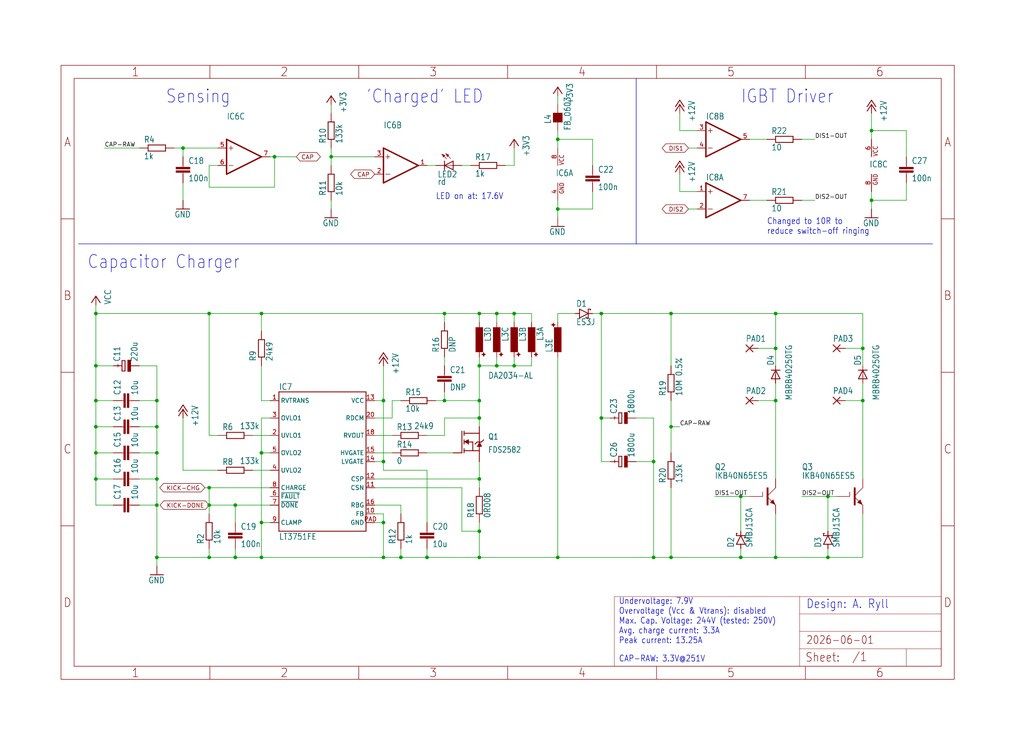
<source format=kicad_sch>
(kicad_sch (version 20230121) (generator eeschema)
  (paper "User" 298.45 217.322)
  (junction (at 111.76 134.62))
  (junction (at 226.06 91.44))
  (junction (at 45.72 132.08))
  (junction (at 129.54 116.84))
  (junction (at 195.58 162.56))
  (junction (at 45.72 116.84))
  (junction (at 162.56 40.64))
  (junction (at 139.7 91.44))
  (junction (at 226.06 116.84))
  (junction (at 254 58.42))
  (junction (at 149.86 91.44))
  (junction (at 251.46 101.6))
  (junction (at 60.96 142.24))
  (junction (at 215.9 144.78))
  (junction (at 175.26 121.92))
  (junction (at 76.2 162.56))
  (junction (at 27.94 124.46))
  (junction (at 195.58 124.46))
  (junction (at 111.76 116.84))
  (junction (at 129.54 91.44))
  (junction (at 149.86 106.68))
  (junction (at 139.7 139.7))
  (junction (at 27.94 106.68))
  (junction (at 76.2 132.08))
  (junction (at 27.94 116.84))
  (junction (at 139.7 154.94))
  (junction (at 45.72 124.46))
  (junction (at 76.2 91.44))
  (junction (at 144.78 106.68))
  (junction (at 162.56 162.56))
  (junction (at 241.3 162.56))
  (junction (at 27.94 91.44))
  (junction (at 76.2 152.4))
  (junction (at 254 38.1))
  (junction (at 60.96 147.32))
  (junction (at 111.76 152.4))
  (junction (at 45.72 147.32))
  (junction (at 45.72 162.56))
  (junction (at 111.76 162.56))
  (junction (at 96.52 45.72))
  (junction (at 27.94 132.08))
  (junction (at 53.34 43.18))
  (junction (at 139.7 116.84))
  (junction (at 139.7 162.56))
  (junction (at 124.46 162.56))
  (junction (at 195.58 91.44))
  (junction (at 215.9 162.56))
  (junction (at 60.96 91.44))
  (junction (at 226.06 162.56))
  (junction (at 27.94 139.7))
  (junction (at 226.06 101.6))
  (junction (at 241.3 144.78))
  (junction (at 144.78 91.44))
  (junction (at 139.7 106.68))
  (junction (at 190.5 134.62))
  (junction (at 175.26 91.44))
  (junction (at 251.46 116.84))
  (junction (at 60.96 162.56))
  (junction (at 190.5 162.56))
  (junction (at 68.58 162.56))
  (junction (at 116.84 162.56))
  (junction (at 80.01 45.72))
  (junction (at 139.7 121.92))
  (junction (at 45.72 139.7))
  (junction (at 68.58 147.32))
  (junction (at 162.56 60.96))
  (wire (pts (xy 129.54 93.98) (xy 129.54 91.44)) (stroke (width 0.1524)))
  (wire (pts (xy 144.78 91.44) (xy 139.7 91.44)) (stroke (width 0.1524)))
  (wire (pts (xy 149.86 106.68) (xy 144.78 106.68)) (stroke (width 0.1524)))
  (wire (pts (xy 203.2 55.88) (xy 198.12 55.88)) (stroke (width 0.1524)))
  (wire (pts (xy 27.94 106.68) (xy 27.94 91.44)) (stroke (width 0.1524)))
  (wire (pts (xy 139.7 106.68) (xy 139.7 104.14)) (stroke (width 0.1524)))
  (wire (pts (xy 116.84 162.56) (xy 111.76 162.56)) (stroke (width 0.1524)))
  (wire (pts (xy 139.7 139.7) (xy 139.7 134.62)) (stroke (width 0.1524)))
  (wire (pts (xy 60.96 162.56) (xy 45.72 162.56)) (stroke (width 0.1524)))
  (wire (pts (xy 124.46 160.02) (xy 124.46 162.56)) (stroke (width 0.1524)))
  (wire (pts (xy 241.3 154.94) (xy 241.3 144.78)) (stroke (width 0.1524)))
  (wire (pts (xy 109.22 45.72) (xy 96.52 45.72)) (stroke (width 0.1524)))
  (wire (pts (xy 40.64 43.18) (xy 30.48 43.18)) (stroke (width 0.1524)))
  (wire (pts (xy 76.2 91.44) (xy 60.96 91.44)) (stroke (width 0.1524)))
  (wire (pts (xy 218.44 144.78) (xy 215.9 144.78)) (stroke (width 0.1524)))
  (wire (pts (xy 78.74 132.08) (xy 76.2 132.08)) (stroke (width 0.1524)))
  (wire (pts (xy 27.94 116.84) (xy 27.94 106.68)) (stroke (width 0.1524)))
  (wire (pts (xy 154.94 106.68) (xy 154.94 104.14)) (stroke (width 0.1524)))
  (wire (pts (xy 139.7 142.24) (xy 139.7 139.7)) (stroke (width 0.1524)))
  (wire (pts (xy 254 40.64) (xy 254 38.1)) (stroke (width 0.1524)))
  (wire (pts (xy 60.96 54.61) (xy 80.01 54.61)) (stroke (width 0.1524)))
  (wire (pts (xy 60.96 142.24) (xy 59.69 142.24)) (stroke (width 0.1524)))
  (wire (pts (xy 45.72 116.84) (xy 45.72 106.68)) (stroke (width 0.1524)))
  (wire (pts (xy 27.94 147.32) (xy 27.94 139.7)) (stroke (width 0.1524)))
  (wire (pts (xy 76.2 116.84) (xy 76.2 106.68)) (stroke (width 0.1524)))
  (wire (pts (xy 109.22 116.84) (xy 111.76 116.84)) (stroke (width 0.1524)))
  (wire (pts (xy 134.62 48.26) (xy 137.16 48.26)) (stroke (width 0.1524)))
  (wire (pts (xy 243.84 144.78) (xy 241.3 144.78)) (stroke (width 0.1524)))
  (wire (pts (xy 68.58 152.4) (xy 68.58 147.32)) (stroke (width 0.1524)))
  (wire (pts (xy 45.72 116.84) (xy 45.72 124.46)) (stroke (width 0.1524)))
  (wire (pts (xy 60.96 48.26) (xy 60.96 54.61)) (stroke (width 0.1524)))
  (wire (pts (xy 45.72 139.7) (xy 45.72 147.32)) (stroke (width 0.1524)))
  (wire (pts (xy 50.8 43.18) (xy 53.34 43.18)) (stroke (width 0.1524)))
  (wire (pts (xy 226.06 106.68) (xy 226.06 101.6)) (stroke (width 0.1524)))
  (wire (pts (xy 162.56 60.96) (xy 172.72 60.96)) (stroke (width 0.1524)))
  (wire (pts (xy 241.3 160.02) (xy 241.3 162.56)) (stroke (width 0.1524)))
  (wire (pts (xy 53.34 45.72) (xy 53.34 43.18)) (stroke (width 0.1524)))
  (wire (pts (xy 129.54 116.84) (xy 127 116.84)) (stroke (width 0.1524)))
  (wire (pts (xy 144.78 106.68) (xy 144.78 104.14)) (stroke (width 0.1524)))
  (wire (pts (xy 78.74 137.16) (xy 73.66 137.16)) (stroke (width 0.1524)))
  (wire (pts (xy 254 58.42) (xy 264.16 58.42)) (stroke (width 0.1524)))
  (wire (pts (xy 251.46 101.6) (xy 251.46 106.68)) (stroke (width 0.1524)))
  (wire (pts (xy 78.74 152.4) (xy 76.2 152.4)) (stroke (width 0.1524)))
  (wire (pts (xy 251.46 139.7) (xy 251.46 116.84)) (stroke (width 0.1524)))
  (wire (pts (xy 139.7 154.94) (xy 139.7 162.56)) (stroke (width 0.1524)))
  (wire (pts (xy 27.94 91.44) (xy 27.94 88.9)) (stroke (width 0.1524)))
  (wire (pts (xy 76.2 96.52) (xy 76.2 91.44)) (stroke (width 0.1524)))
  (wire (pts (xy 60.96 91.44) (xy 27.94 91.44)) (stroke (width 0.1524)))
  (wire (pts (xy 254 38.1) (xy 254 33.02)) (stroke (width 0.1524)))
  (wire (pts (xy 134.62 142.24) (xy 134.62 154.94)) (stroke (width 0.1524)))
  (wire (pts (xy 246.38 116.84) (xy 251.46 116.84)) (stroke (width 0.1524)))
  (wire (pts (xy 172.72 40.64) (xy 162.56 40.64)) (stroke (width 0.1524)))
  (wire (pts (xy 27.94 132.08) (xy 27.94 124.46)) (stroke (width 0.1524)))
  (wire (pts (xy 254 60.96) (xy 254 58.42)) (stroke (width 0.1524)))
  (wire (pts (xy 134.62 154.94) (xy 139.7 154.94)) (stroke (width 0.1524)))
  (wire (pts (xy 220.98 101.6) (xy 226.06 101.6)) (stroke (width 0.1524)))
  (wire (pts (xy 129.54 116.84) (xy 129.54 114.3)) (stroke (width 0.1524)))
  (wire (pts (xy 162.56 91.44) (xy 167.64 91.44)) (stroke (width 0.1524)))
  (wire (pts (xy 45.72 106.68) (xy 40.64 106.68)) (stroke (width 0.1524)))
  (wire (pts (xy 233.68 40.64) (xy 237.49 40.64)) (stroke (width 0.1524)))
  (wire (pts (xy 203.2 60.96) (xy 200.66 60.96)) (stroke (width 0.1524)))
  (wire (pts (xy 40.64 147.32) (xy 45.72 147.32)) (stroke (width 0.1524)))
  (wire (pts (xy 114.3 132.08) (xy 109.22 132.08)) (stroke (width 0.1524)))
  (wire (pts (xy 177.8 134.62) (xy 175.26 134.62)) (stroke (width 0.1524)))
  (wire (pts (xy 45.72 132.08) (xy 45.72 139.7)) (stroke (width 0.1524)))
  (polyline (pts (xy 185.42 71.12) (xy 185.42 22.86)) (stroke (width 0.1524) (type solid)))
  (wire (pts (xy 215.9 162.56) (xy 195.58 162.56)) (stroke (width 0.1524)))
  (wire (pts (xy 111.76 137.16) (xy 124.46 137.16)) (stroke (width 0.1524)))
  (wire (pts (xy 226.06 91.44) (xy 251.46 91.44)) (stroke (width 0.1524)))
  (wire (pts (xy 129.54 91.44) (xy 76.2 91.44)) (stroke (width 0.1524)))
  (wire (pts (xy 198.12 55.88) (xy 198.12 50.8)) (stroke (width 0.1524)))
  (wire (pts (xy 27.94 124.46) (xy 27.94 116.84)) (stroke (width 0.1524)))
  (wire (pts (xy 195.58 124.46) (xy 195.58 116.84)) (stroke (width 0.1524)))
  (wire (pts (xy 251.46 116.84) (xy 251.46 111.76)) (stroke (width 0.1524)))
  (wire (pts (xy 60.96 91.44) (xy 60.96 127)) (stroke (width 0.1524)))
  (wire (pts (xy 40.64 124.46) (xy 45.72 124.46)) (stroke (width 0.1524)))
  (wire (pts (xy 172.72 48.26) (xy 172.72 40.64)) (stroke (width 0.1524)))
  (wire (pts (xy 175.26 91.44) (xy 195.58 91.44)) (stroke (width 0.1524)))
  (wire (pts (xy 139.7 116.84) (xy 129.54 116.84)) (stroke (width 0.1524)))
  (wire (pts (xy 190.5 162.56) (xy 195.58 162.56)) (stroke (width 0.1524)))
  (wire (pts (xy 33.02 139.7) (xy 27.94 139.7)) (stroke (width 0.1524)))
  (wire (pts (xy 226.06 149.86) (xy 226.06 162.56)) (stroke (width 0.1524)))
  (wire (pts (xy 139.7 93.98) (xy 139.7 91.44)) (stroke (width 0.1524)))
  (wire (pts (xy 251.46 149.86) (xy 251.46 162.56)) (stroke (width 0.1524)))
  (wire (pts (xy 80.01 45.72) (xy 78.74 45.72)) (stroke (width 0.1524)))
  (wire (pts (xy 96.52 60.96) (xy 96.52 58.42)) (stroke (width 0.1524)))
  (wire (pts (xy 80.01 45.72) (xy 86.36 45.72)) (stroke (width 0.1524)))
  (polyline (pts (xy 22.86 71.12) (xy 185.42 71.12)) (stroke (width 0.1524) (type solid)))
  (wire (pts (xy 139.7 91.44) (xy 129.54 91.44)) (stroke (width 0.1524)))
  (wire (pts (xy 149.86 91.44) (xy 144.78 91.44)) (stroke (width 0.1524)))
  (wire (pts (xy 114.3 116.84) (xy 114.3 121.92)) (stroke (width 0.1524)))
  (wire (pts (xy 40.64 139.7) (xy 45.72 139.7)) (stroke (width 0.1524)))
  (wire (pts (xy 139.7 116.84) (xy 139.7 106.68)) (stroke (width 0.1524)))
  (wire (pts (xy 139.7 124.46) (xy 139.7 121.92)) (stroke (width 0.1524)))
  (wire (pts (xy 63.5 137.16) (xy 53.34 137.16)) (stroke (width 0.1524)))
  (wire (pts (xy 226.06 101.6) (xy 226.06 91.44)) (stroke (width 0.1524)))
  (wire (pts (xy 251.46 162.56) (xy 241.3 162.56)) (stroke (width 0.1524)))
  (wire (pts (xy 33.02 132.08) (xy 27.94 132.08)) (stroke (width 0.1524)))
  (wire (pts (xy 215.9 160.02) (xy 215.9 162.56)) (stroke (width 0.1524)))
  (wire (pts (xy 195.58 162.56) (xy 195.58 142.24)) (stroke (width 0.1524)))
  (wire (pts (xy 139.7 152.4) (xy 139.7 154.94)) (stroke (width 0.1524)))
  (wire (pts (xy 40.64 116.84) (xy 45.72 116.84)) (stroke (width 0.1524)))
  (wire (pts (xy 218.44 40.64) (xy 223.52 40.64)) (stroke (width 0.1524)))
  (wire (pts (xy 111.76 162.56) (xy 76.2 162.56)) (stroke (width 0.1524)))
  (wire (pts (xy 124.46 137.16) (xy 124.46 152.4)) (stroke (width 0.1524)))
  (wire (pts (xy 78.74 121.92) (xy 76.2 121.92)) (stroke (width 0.1524)))
  (wire (pts (xy 129.54 106.68) (xy 129.54 104.14)) (stroke (width 0.1524)))
  (wire (pts (xy 241.3 144.78) (xy 233.68 144.78)) (stroke (width 0.1524)))
  (wire (pts (xy 162.56 30.48) (xy 162.56 27.94)) (stroke (width 0.1524)))
  (wire (pts (xy 162.56 162.56) (xy 190.5 162.56)) (stroke (width 0.1524)))
  (wire (pts (xy 124.46 162.56) (xy 116.84 162.56)) (stroke (width 0.1524)))
  (wire (pts (xy 53.34 43.18) (xy 63.5 43.18)) (stroke (width 0.1524)))
  (wire (pts (xy 162.56 93.98) (xy 162.56 91.44)) (stroke (width 0.1524)))
  (wire (pts (xy 233.68 58.42) (xy 237.49 58.42)) (stroke (width 0.1524)))
  (wire (pts (xy 116.84 147.32) (xy 116.84 149.86)) (stroke (width 0.1524)))
  (wire (pts (xy 68.58 162.56) (xy 60.96 162.56)) (stroke (width 0.1524)))
  (wire (pts (xy 254 58.42) (xy 254 55.88)) (stroke (width 0.1524)))
  (wire (pts (xy 111.76 152.4) (xy 111.76 162.56)) (stroke (width 0.1524)))
  (wire (pts (xy 68.58 147.32) (xy 60.96 147.32)) (stroke (width 0.1524)))
  (wire (pts (xy 80.01 54.61) (xy 80.01 45.72)) (stroke (width 0.1524)))
  (wire (pts (xy 114.3 121.92) (xy 109.22 121.92)) (stroke (width 0.1524)))
  (wire (pts (xy 111.76 116.84) (xy 111.76 106.68)) (stroke (width 0.1524)))
  (wire (pts (xy 185.42 134.62) (xy 190.5 134.62)) (stroke (width 0.1524)))
  (wire (pts (xy 109.22 142.24) (xy 134.62 142.24)) (stroke (width 0.1524)))
  (wire (pts (xy 162.56 63.5) (xy 162.56 60.96)) (stroke (width 0.1524)))
  (wire (pts (xy 109.22 134.62) (xy 111.76 134.62)) (stroke (width 0.1524)))
  (wire (pts (xy 33.02 106.68) (xy 27.94 106.68)) (stroke (width 0.1524)))
  (wire (pts (xy 203.2 38.1) (xy 198.12 38.1)) (stroke (width 0.1524)))
  (wire (pts (xy 195.58 91.44) (xy 226.06 91.44)) (stroke (width 0.1524)))
  (wire (pts (xy 162.56 40.64) (xy 162.56 38.1)) (stroke (width 0.1524)))
  (wire (pts (xy 116.84 116.84) (xy 114.3 116.84)) (stroke (width 0.1524)))
  (wire (pts (xy 149.86 48.26) (xy 149.86 43.18)) (stroke (width 0.1524)))
  (wire (pts (xy 111.76 134.62) (xy 111.76 137.16)) (stroke (width 0.1524)))
  (wire (pts (xy 198.12 38.1) (xy 198.12 33.02)) (stroke (width 0.1524)))
  (wire (pts (xy 147.32 48.26) (xy 149.86 48.26)) (stroke (width 0.1524)))
  (wire (pts (xy 116.84 160.02) (xy 116.84 162.56)) (stroke (width 0.1524)))
  (wire (pts (xy 220.98 116.84) (xy 226.06 116.84)) (stroke (width 0.1524)))
  (wire (pts (xy 53.34 121.92) (xy 53.34 137.16)) (stroke (width 0.1524)))
  (wire (pts (xy 172.72 60.96) (xy 172.72 55.88)) (stroke (width 0.1524)))
  (wire (pts (xy 195.58 106.68) (xy 195.58 91.44)) (stroke (width 0.1524)))
  (wire (pts (xy 109.22 152.4) (xy 111.76 152.4)) (stroke (width 0.1524)))
  (wire (pts (xy 175.26 121.92) (xy 175.26 91.44)) (stroke (width 0.1524)))
  (wire (pts (xy 63.5 48.26) (xy 60.96 48.26)) (stroke (width 0.1524)))
  (wire (pts (xy 162.56 60.96) (xy 162.56 58.42)) (stroke (width 0.1524)))
  (wire (pts (xy 154.94 91.44) (xy 149.86 91.44)) (stroke (width 0.1524)))
  (wire (pts (xy 45.72 124.46) (xy 45.72 132.08)) (stroke (width 0.1524)))
  (wire (pts (xy 124.46 127) (xy 129.54 127)) (stroke (width 0.1524)))
  (wire (pts (xy 154.94 106.68) (xy 149.86 106.68)) (stroke (width 0.1524)))
  (wire (pts (xy 109.22 149.86) (xy 111.76 149.86)) (stroke (width 0.1524)))
  (wire (pts (xy 76.2 162.56) (xy 68.58 162.56)) (stroke (width 0.1524)))
  (wire (pts (xy 246.38 101.6) (xy 251.46 101.6)) (stroke (width 0.1524)))
  (wire (pts (xy 60.96 160.02) (xy 60.96 162.56)) (stroke (width 0.1524)))
  (wire (pts (xy 68.58 147.32) (xy 78.74 147.32)) (stroke (width 0.1524)))
  (wire (pts (xy 215.9 154.94) (xy 215.9 144.78)) (stroke (width 0.1524)))
  (wire (pts (xy 45.72 162.56) (xy 45.72 165.1)) (stroke (width 0.1524)))
  (wire (pts (xy 111.76 134.62) (xy 111.76 116.84)) (stroke (width 0.1524)))
  (wire (pts (xy 139.7 139.7) (xy 109.22 139.7)) (stroke (width 0.1524)))
  (wire (pts (xy 162.56 40.64) (xy 162.56 43.18)) (stroke (width 0.1524)))
  (wire (pts (xy 139.7 162.56) (xy 124.46 162.56)) (stroke (width 0.1524)))
  (wire (pts (xy 129.54 127) (xy 129.54 121.92)) (stroke (width 0.1524)))
  (wire (pts (xy 203.2 43.18) (xy 200.66 43.18)) (stroke (width 0.1524)))
  (wire (pts (xy 68.58 160.02) (xy 68.58 162.56)) (stroke (width 0.1524)))
  (wire (pts (xy 254 38.1) (xy 264.16 38.1)) (stroke (width 0.1524)))
  (wire (pts (xy 226.06 162.56) (xy 215.9 162.56)) (stroke (width 0.1524)))
  (polyline (pts (xy 185.42 71.12) (xy 271.78 71.12)) (stroke (width 0.1524) (type solid)))
  (wire (pts (xy 78.74 142.24) (xy 60.96 142.24)) (stroke (width 0.1524)))
  (wire (pts (xy 76.2 121.92) (xy 76.2 132.08)) (stroke (width 0.1524)))
  (wire (pts (xy 223.52 58.42) (xy 218.44 58.42)) (stroke (width 0.1524)))
  (wire (pts (xy 264.16 38.1) (xy 264.16 45.72)) (stroke (width 0.1524)))
  (wire (pts (xy 251.46 101.6) (xy 251.46 91.44)) (stroke (width 0.1524)))
  (wire (pts (xy 144.78 93.98) (xy 144.78 91.44)) (stroke (width 0.1524)))
  (wire (pts (xy 127 48.26) (xy 124.46 48.26)) (stroke (width 0.1524)))
  (wire (pts (xy 40.64 132.08) (xy 45.72 132.08)) (stroke (width 0.1524)))
  (wire (pts (xy 96.52 30.48) (xy 96.52 33.02)) (stroke (width 0.1524)))
  (wire (pts (xy 33.02 116.84) (xy 27.94 116.84)) (stroke (width 0.1524)))
  (wire (pts (xy 144.78 106.68) (xy 139.7 106.68)) (stroke (width 0.1524)))
  (wire (pts (xy 195.58 124.46) (xy 198.12 124.46)) (stroke (width 0.1524)))
  (wire (pts (xy 132.08 132.08) (xy 124.46 132.08)) (stroke (width 0.1524)))
  (wire (pts (xy 215.9 144.78) (xy 208.28 144.78)) (stroke (width 0.1524)))
  (wire (pts (xy 96.52 45.72) (xy 96.52 48.26)) (stroke (width 0.1524)))
  (wire (pts (xy 172.72 91.44) (xy 175.26 91.44)) (stroke (width 0.1524)))
  (wire (pts (xy 63.5 127) (xy 60.96 127)) (stroke (width 0.1524)))
  (wire (pts (xy 96.52 45.72) (xy 96.52 43.18)) (stroke (width 0.1524)))
  (wire (pts (xy 149.86 93.98) (xy 149.86 91.44)) (stroke (width 0.1524)))
  (wire (pts (xy 27.94 139.7) (xy 27.94 132.08)) (stroke (width 0.1524)))
  (wire (pts (xy 154.94 91.44) (xy 154.94 93.98)) (stroke (width 0.1524)))
  (wire (pts (xy 162.56 162.56) (xy 139.7 162.56)) (stroke (width 0.1524)))
  (wire (pts (xy 109.22 127) (xy 114.3 127)) (stroke (width 0.1524)))
  (wire (pts (xy 175.26 121.92) (xy 175.26 134.62)) (stroke (width 0.1524)))
  (wire (pts (xy 33.02 147.32) (xy 27.94 147.32)) (stroke (width 0.1524)))
  (wire (pts (xy 78.74 127) (xy 73.66 127)) (stroke (width 0.1524)))
  (wire (pts (xy 264.16 58.42) (xy 264.16 53.34)) (stroke (width 0.1524)))
  (wire (pts (xy 109.22 147.32) (xy 116.84 147.32)) (stroke (width 0.1524)))
  (wire (pts (xy 177.8 121.92) (xy 175.26 121.92)) (stroke (width 0.1524)))
  (wire (pts (xy 190.5 121.92) (xy 190.5 134.62)) (stroke (width 0.1524)))
  (wire (pts (xy 241.3 162.56) (xy 226.06 162.56)) (stroke (width 0.1524)))
  (wire (pts (xy 76.2 132.08) (xy 76.2 152.4)) (stroke (width 0.1524)))
  (wire (pts (xy 45.72 147.32) (xy 45.72 162.56)) (stroke (width 0.1524)))
  (wire (pts (xy 139.7 121.92) (xy 139.7 116.84)) (stroke (width 0.1524)))
  (wire (pts (xy 129.54 121.92) (xy 139.7 121.92)) (stroke (width 0.1524)))
  (wire (pts (xy 111.76 149.86) (xy 111.76 152.4)) (stroke (width 0.1524)))
  (wire (pts (xy 76.2 152.4) (xy 76.2 162.56)) (stroke (width 0.1524)))
  (wire (pts (xy 185.42 121.92) (xy 190.5 121.92)) (stroke (width 0.1524)))
  (wire (pts (xy 226.06 116.84) (xy 226.06 111.76)) (stroke (width 0.1524)))
  (wire (pts (xy 226.06 116.84) (xy 226.06 139.7)) (stroke (width 0.1524)))
  (wire (pts (xy 162.56 104.14) (xy 162.56 162.56)) (stroke (width 0.1524)))
  (wire (pts (xy 195.58 132.08) (xy 195.58 124.46)) (stroke (width 0.1524)))
  (wire (pts (xy 33.02 124.46) (xy 27.94 124.46)) (stroke (width 0.1524)))
  (wire (pts (xy 78.74 116.84) (xy 76.2 116.84)) (stroke (width 0.1524)))
  (wire (pts (xy 149.86 106.68) (xy 149.86 104.14)) (stroke (width 0.1524)))
  (wire (pts (xy 60.96 149.86) (xy 60.96 147.32)) (stroke (width 0.1524)))
  (wire (pts (xy 53.34 58.42) (xy 53.34 53.34)) (stroke (width 0.1524)))
  (wire (pts (xy 60.96 147.32) (xy 60.96 142.24)) (stroke (width 0.1524)))
  (wire (pts (xy 190.5 134.62) (xy 190.5 162.56)) (stroke (width 0.1524)))
  (text "Capacitor Charger" (at 25.4 78.74 0) (effects (font (size 3.81 3.2385)) (justify left bottom)))
  (text "Sensing" (at 48.26 30.48 0) (effects (font (size 3.81 3.2385)) (justify left bottom)))
  (text "IGBT Driver" (at 215.9 30.48 0) (effects (font (size 3.81 3.2385)) (justify left bottom)))
  (text "Undervoltage: 7.9V\nOvervoltage (Vcc & Vtrans): disabled\nMax. Cap. Voltage: 244V (tested: 250V)\nAvg. charge current: 3.3A\nPeak current: 13.25A" (at 180.34 187.96 0) (effects (font (size 1.778 1.5113)) (justify left bottom)))
  (text "'Charged' LED" (at 106.68 30.48 0) (effects (font (size 3.81 3.2385)) (justify left bottom)))
  (text "Changed to 10R to\nreduce switch-off ringing" (at 223.52 68.58 0) (effects (font (size 1.778 1.5113)) (justify left bottom)))
  (text "Design: A. Ryll" (at 234.95 177.8 0) (effects (font (size 2.54 2.159)) (justify left bottom)))
  (text "CAP-RAW: 3.3V@251V" (at 180.34 193.294 0) (effects (font (size 1.778 1.5113)) (justify left bottom)))
  (text "LED on at: 17.6V" (at 127 58.42 0) (effects (font (size 1.778 1.5113)) (justify left bottom)))
  (label "DIS1-OUT" (at 237.49 40.64 0) (effects (font (size 1.2446 1.2446))))
  (label "CAP-RAW" (at 30.48 43.18 0) (effects (font (size 1.2446 1.2446))))
  (label "CAP-RAW" (at 198.12 124.46 0) (effects (font (size 1.2446 1.2446))))
  (label "DIS2-OUT" (at 233.68 144.78 0) (effects (font (size 1.2446 1.2446))))
  (label "DIS1-OUT" (at 208.28 144.78 0) (effects (font (size 1.2446 1.2446))))
  (label "DIS2-OUT" (at 237.49 58.42 0) (effects (font (size 1.2446 1.2446))))
  (global_label "DIS2" (shape bidirectional) (at 200.66 60.96 180) (effects (font (size 1.2446 1.2446))) (property "Intersheetrefs" "${INTERSHEET_REFS}" (effects hide)))
  (global_label "KICK-DONE" (shape bidirectional) (at 60.96 147.32 180) (effects (font (size 1.2446 1.2446))) (property "Intersheetrefs" "${INTERSHEET_REFS}" (effects hide)))
  (global_label "CAP" (shape bidirectional) (at 109.22 50.8 180) (effects (font (size 1.2446 1.2446))) (property "Intersheetrefs" "${INTERSHEET_REFS}" (effects hide)))
  (global_label "DIS1" (shape bidirectional) (at 200.66 43.18 180) (effects (font (size 1.2446 1.2446))) (property "Intersheetrefs" "${INTERSHEET_REFS}" (effects hide)))
  (global_label "CAP" (shape bidirectional) (at 86.36 45.72 0) (effects (font (size 1.2446 1.2446))) (property "Intersheetrefs" "${INTERSHEET_REFS}" (effects hide)))
  (global_label "KICK-CHG" (shape bidirectional) (at 59.69 142.24 180) (effects (font (size 1.2446 1.2446))) (property "Intersheetrefs" "${INTERSHEET_REFS}" (effects hide)))
  (symbol (lib_id "Kicking Device v13b-eagle-import:LEDCHIP-LED0603") (at 132.08 48.26 270) (unit 1)
    (property "Reference" "LED2" (at 127.508 51.816 90) (effects (font (size 1.778 1.5113)) (justify left bottom)))
    (property "Value" "rd" (at 127.508 53.975 90) (effects (font (size 1.778 1.5113)) (justify left bottom)))
    (property "Footprint" "Kicking Device v13b:CHIP-LED0603" (effects hide))
  )
  (symbol (lib_id "Kicking Device v13b-eagle-import:CPOL-EUF") (at 35.56 106.68 90) (unit 1)
    (property "Reference" "C11" (at 35.0774 105.537 0) (effects (font (size 1.778 1.5113)) (justify left bottom)))
    (property "Value" "220u" (at 40.1574 105.537 0) (effects (font (size 1.778 1.5113)) (justify left bottom)))
    (property "Footprint" "Kicking Device v13b:PANASONIC_F" (effects hide))
    (property "PARTNR" "EEEFT1H221AP" (effects hide))
    (property "VMAX" "50V" (effects hide))
  )
  (symbol (lib_id "Kicking Device v13b-eagle-import:SCHOTTKY-DIODESMD") (at 241.3 157.48 90) (unit 1)
    (property "Reference" "D3" (at 239.395 159.766 0) (effects (font (size 1.778 1.5113)) (justify left bottom)))
    (property "Value" "SMBJ13CA" (at 244.729 159.766 0) (effects (font (size 1.778 1.5113)) (justify left bottom)))
    (property "Footprint" "Kicking Device v13b:SMB" (effects hide))
  )
  (symbol (lib_id "Kicking Device v13b-eagle-import:C-EUC1210") (at 35.56 147.32 90) (unit 1)
    (property "Reference" "C17" (at 35.179 145.796 0) (effects (font (size 1.778 1.5113)) (justify left bottom)))
    (property "Value" "10u" (at 40.259 145.796 0) (effects (font (size 1.778 1.5113)) (justify left bottom)))
    (property "Footprint" "Kicking Device v13b:C1210" (effects hide))
    (property "PARTNR" "C3225X5R1H106M250AB" (effects hide))
    (property "VMAX" "50V" (effects hide))
  )
  (symbol (lib_id "Kicking Device v13b-eagle-import:C-EUC1210") (at 35.56 139.7 90) (unit 1)
    (property "Reference" "C16" (at 35.179 138.176 0) (effects (font (size 1.778 1.5113)) (justify left bottom)))
    (property "Value" "10u" (at 40.259 138.176 0) (effects (font (size 1.778 1.5113)) (justify left bottom)))
    (property "Footprint" "Kicking Device v13b:C1210" (effects hide))
    (property "PARTNR" "C3225X5R1H106M250AB" (effects hide))
    (property "VMAX" "50V" (effects hide))
  )
  (symbol (lib_id "Kicking Device v13b-eagle-import:AD-OP2SN") (at 116.84 48.26 0) (unit 2)
    (property "Reference" "IC6" (at 111.76 37.465 0) (effects (font (size 1.778 1.5113)) (justify left bottom)))
    (property "Value" "MCP6002" (effects hide))
    (property "Footprint" "Kicking Device v13b:SOIC8N" (effects hide))
  )
  (symbol (lib_id "Kicking Device v13b-eagle-import:C-EUC1210") (at 35.56 132.08 90) (unit 1)
    (property "Reference" "C15" (at 35.179 130.556 0) (effects (font (size 1.778 1.5113)) (justify left bottom)))
    (property "Value" "10u" (at 40.259 130.556 0) (effects (font (size 1.778 1.5113)) (justify left bottom)))
    (property "Footprint" "Kicking Device v13b:C1210" (effects hide))
    (property "PARTNR" "C3225X5R1H106M250AB" (effects hide))
    (property "VMAX" "50V" (effects hide))
  )
  (symbol (lib_id "Kicking Device v13b-eagle-import:NMOSSOIC8N") (at 139.7 129.54 0) (unit 1)
    (property "Reference" "Q1" (at 142.24 128.27 0) (effects (font (size 1.6764 1.4249)) (justify left bottom)))
    (property "Value" "FDS2582" (at 142.24 132.08 0) (effects (font (size 1.6764 1.4249)) (justify left bottom)))
    (property "Footprint" "Kicking Device v13b:SOIC8N" (effects hide))
  )
  (symbol (lib_id "Kicking Device v13b-eagle-import:WIREPAD2,54/1,0") (at 243.84 116.84 0) (unit 1)
    (property "Reference" "PAD4" (at 242.697 114.9858 0) (effects (font (size 1.778 1.5113)) (justify left bottom)))
    (property "Value" "WIREPAD2,54/1,0" (effects hide))
    (property "Footprint" "Kicking Device v13b:2,54_1,0" (effects hide))
  )
  (symbol (lib_id "Kicking Device v13b-eagle-import:+3V3") (at 96.52 27.94 0) (mirror y) (unit 1)
    (property "Reference" "#+3V37" (effects hide))
    (property "Value" "+3V3" (at 99.06 33.02 90) (effects (font (size 1.778 1.5113)) (justify left bottom)))
  )
  (symbol (lib_id "Kicking Device v13b-eagle-import:FAN3229_MXN") (at 254 48.26 0) (unit 3)
    (property "Reference" "IC8" (at 253.365 48.895 0) (effects (font (size 1.778 1.5113)) (justify left bottom)))
    (property "Value" "FAN3229TMX" (effects hide))
    (property "Footprint" "Kicking Device v13b:SOIC8N" (effects hide))
  )
  (symbol (lib_id "Kicking Device v13b-eagle-import:AD-OP2SN") (at 162.56 50.8 0) (unit 1)
    (property "Reference" "IC6" (at 161.925 51.435 0) (effects (font (size 1.778 1.5113)) (justify left bottom)))
    (property "Value" "MCP6002" (effects hide))
    (property "Footprint" "Kicking Device v13b:SOIC8N" (effects hide))
  )
  (symbol (lib_id "Kicking Device v13b-eagle-import:WIREPAD2,54/1,0") (at 218.44 101.6 0) (unit 1)
    (property "Reference" "PAD1" (at 217.297 99.7458 0) (effects (font (size 1.778 1.5113)) (justify left bottom)))
    (property "Value" "WIREPAD2,54/1,0" (effects hide))
    (property "Footprint" "Kicking Device v13b:2,54_1,0" (effects hide))
  )
  (symbol (lib_id "Kicking Device v13b-eagle-import:R-EU_R0603") (at 68.58 127 0) (unit 1)
    (property "Reference" "R6" (at 64.77 125.5014 0) (effects (font (size 1.778 1.5113)) (justify left bottom)))
    (property "Value" "133k" (at 69.85 125.222 0) (effects (font (size 1.778 1.5113)) (justify left bottom)))
    (property "Footprint" "Kicking Device v13b:R0603" (effects hide))
    (property "TOL" "0.1%" (effects hide))
  )
  (symbol (lib_id "Kicking Device v13b-eagle-import:R-EU_R0603") (at 76.2 101.6 90) (unit 1)
    (property "Reference" "R9" (at 74.7014 105.41 0) (effects (font (size 1.778 1.5113)) (justify left bottom)))
    (property "Value" "24k9" (at 79.502 105.41 0) (effects (font (size 1.778 1.5113)) (justify left bottom)))
    (property "Footprint" "Kicking Device v13b:R0603" (effects hide))
  )
  (symbol (lib_id "Kicking Device v13b-eagle-import:+12V") (at 198.12 30.48 0) (mirror y) (unit 1)
    (property "Reference" "#P+7" (effects hide))
    (property "Value" "+12V" (at 200.66 35.56 90) (effects (font (size 1.778 1.5113)) (justify left bottom)))
  )
  (symbol (lib_id "Kicking Device v13b-eagle-import:R-EU_R0603") (at 96.52 38.1 90) (unit 1)
    (property "Reference" "R10" (at 95.0214 41.91 0) (effects (font (size 1.778 1.5113)) (justify left bottom)))
    (property "Value" "133k" (at 99.822 41.91 0) (effects (font (size 1.778 1.5113)) (justify left bottom)))
    (property "Footprint" "Kicking Device v13b:R0603" (effects hide))
    (property "TOL" "0.1%" (effects hide))
  )
  (symbol (lib_id "Kicking Device v13b-eagle-import:R-EU_R1206") (at 228.6 40.64 0) (unit 1)
    (property "Reference" "R22" (at 224.79 39.1414 0) (effects (font (size 1.778 1.5113)) (justify left bottom)))
    (property "Value" "10" (at 224.79 43.942 0) (effects (font (size 1.778 1.5113)) (justify left bottom)))
    (property "Footprint" "Kicking Device v13b:R1206" (effects hide))
  )
  (symbol (lib_id "Kicking Device v13b-eagle-import:GND") (at 96.52 63.5 0) (unit 1)
    (property "Reference" "#GND13" (effects hide))
    (property "Value" "GND" (at 93.98 66.04 0) (effects (font (size 1.778 1.5113)) (justify left bottom)))
  )
  (symbol (lib_id "Kicking Device v13b-eagle-import:DA203X-AL4") (at 154.94 99.06 180) (unit 1)
    (property "Reference" "L3" (at 156.4386 95.25 90) (effects (font (size 1.778 1.5113)) (justify left bottom)))
    (property "Value" "DA2034-AL" (effects hide))
    (property "Footprint" "Kicking Device v13b:DA2034-AL" (effects hide))
  )
  (symbol (lib_id "Kicking Device v13b-eagle-import:C-EUC0603") (at 68.58 154.94 0) (unit 1)
    (property "Reference" "C19" (at 70.104 154.559 0) (effects (font (size 1.778 1.5113)) (justify left bottom)))
    (property "Value" "100n" (at 70.104 159.639 0) (effects (font (size 1.778 1.5113)) (justify left bottom)))
    (property "Footprint" "Kicking Device v13b:C0603" (effects hide))
  )
  (symbol (lib_id "Kicking Device v13b-eagle-import:FAN3229_MXN") (at 210.82 58.42 0) (unit 1)
    (property "Reference" "IC8" (at 205.74 52.705 0) (effects (font (size 1.778 1.5113)) (justify left bottom)))
    (property "Value" "FAN3229TMX" (effects hide))
    (property "Footprint" "Kicking Device v13b:SOIC8N" (effects hide))
  )
  (symbol (lib_id "Kicking Device v13b-eagle-import:R-EU_R1206") (at 119.38 132.08 0) (unit 1)
    (property "Reference" "R14" (at 115.57 130.5814 0) (effects (font (size 1.778 1.5113)) (justify left bottom)))
    (property "Value" "0" (at 115.57 135.382 0) (effects (font (size 1.778 1.5113)) (justify left bottom)))
    (property "Footprint" "Kicking Device v13b:R1206" (effects hide))
  )
  (symbol (lib_id "Kicking Device v13b-eagle-import:R-EU_R0603") (at 116.84 154.94 90) (unit 1)
    (property "Reference" "R12" (at 115.3414 158.75 0) (effects (font (size 1.778 1.5113)) (justify left bottom)))
    (property "Value" "1k" (at 120.142 158.75 0) (effects (font (size 1.778 1.5113)) (justify left bottom)))
    (property "Footprint" "Kicking Device v13b:R0603" (effects hide))
  )
  (symbol (lib_id "Kicking Device v13b-eagle-import:R-EU_R1206") (at 195.58 111.76 90) (unit 1)
    (property "Reference" "R19" (at 194.0814 115.57 0) (effects (font (size 1.778 1.5113)) (justify left bottom)))
    (property "Value" "10M 0.5%" (at 198.882 115.57 0) (effects (font (size 1.778 1.5113)) (justify left bottom)))
    (property "Footprint" "Kicking Device v13b:R1206" (effects hide))
    (property "VMAX" "1500V" (effects hide))
  )
  (symbol (lib_id "Kicking Device v13b-eagle-import:C-EUC0603") (at 172.72 50.8 0) (unit 1)
    (property "Reference" "C22" (at 174.244 50.419 0) (effects (font (size 1.778 1.5113)) (justify left bottom)))
    (property "Value" "100n" (at 174.244 55.499 0) (effects (font (size 1.778 1.5113)) (justify left bottom)))
    (property "Footprint" "Kicking Device v13b:C0603" (effects hide))
  )
  (symbol (lib_id "Kicking Device v13b-eagle-import:CPOL-EUE10-35") (at 180.34 121.92 90) (unit 1)
    (property "Reference" "C23" (at 179.8574 120.777 0) (effects (font (size 1.778 1.5113)) (justify left bottom)))
    (property "Value" "1800u" (at 184.9374 120.777 0) (effects (font (size 1.778 1.5113)) (justify left bottom)))
    (property "Footprint" "Kicking Device v13b:EB35D" (effects hide))
    (property "VMAX" "250V" (effects hide))
  )
  (symbol (lib_id "Kicking Device v13b-eagle-import:R-EU_R1206") (at 139.7 147.32 90) (unit 1)
    (property "Reference" "R18" (at 138.2014 151.13 0) (effects (font (size 1.778 1.5113)) (justify left bottom)))
    (property "Value" "0R008" (at 143.002 151.13 0) (effects (font (size 1.778 1.5113)) (justify left bottom)))
    (property "Footprint" "Kicking Device v13b:R1206" (effects hide))
  )
  (symbol (lib_id "Kicking Device v13b-eagle-import:+3V3") (at 162.56 25.4 0) (mirror y) (unit 1)
    (property "Reference" "#+3V39" (effects hide))
    (property "Value" "+3V3" (at 165.1 30.48 90) (effects (font (size 1.778 1.5113)) (justify left bottom)))
  )
  (symbol (lib_id "Kicking Device v13b-eagle-import:WIREPAD2,54/1,0") (at 243.84 101.6 0) (unit 1)
    (property "Reference" "PAD3" (at 242.697 99.7458 0) (effects (font (size 1.778 1.5113)) (justify left bottom)))
    (property "Value" "WIREPAD2,54/1,0" (effects hide))
    (property "Footprint" "Kicking Device v13b:2,54_1,0" (effects hide))
  )
  (symbol (lib_id "Kicking Device v13b-eagle-import:DA203X-AL4") (at 149.86 99.06 180) (unit 2)
    (property "Reference" "L3" (at 151.3586 95.25 90) (effects (font (size 1.778 1.5113)) (justify left bottom)))
    (property "Value" "DA2034-AL" (effects hide))
    (property "Footprint" "Kicking Device v13b:DA2034-AL" (effects hide))
  )
  (symbol (lib_id "Kicking Device v13b-eagle-import:WIREPAD2,54/1,0") (at 218.44 116.84 0) (unit 1)
    (property "Reference" "PAD2" (at 217.297 114.9858 0) (effects (font (size 1.778 1.5113)) (justify left bottom)))
    (property "Value" "WIREPAD2,54/1,0" (effects hide))
    (property "Footprint" "Kicking Device v13b:2,54_1,0" (effects hide))
  )
  (symbol (lib_id "Kicking Device v13b-eagle-import:R-EU_R0603") (at 96.52 53.34 90) (unit 1)
    (property "Reference" "R11" (at 95.0214 57.15 0) (effects (font (size 1.778 1.5113)) (justify left bottom)))
    (property "Value" "10k" (at 99.822 57.15 0) (effects (font (size 1.778 1.5113)) (justify left bottom)))
    (property "Footprint" "Kicking Device v13b:R0603" (effects hide))
  )
  (symbol (lib_id "Kicking Device v13b-eagle-import:SCHOTTKY-DIODESMC") (at 170.18 91.44 0) (unit 1)
    (property "Reference" "D1" (at 167.894 89.535 0) (effects (font (size 1.778 1.5113)) (justify left bottom)))
    (property "Value" "ES3J" (at 167.894 94.869 0) (effects (font (size 1.778 1.5113)) (justify left bottom)))
    (property "Footprint" "Kicking Device v13b:SMC" (effects hide))
  )
  (symbol (lib_id "Kicking Device v13b-eagle-import:R-EU_R0603") (at 121.92 116.84 0) (unit 1)
    (property "Reference" "R15" (at 118.11 115.3414 0) (effects (font (size 1.778 1.5113)) (justify left bottom)))
    (property "Value" "10k" (at 118.11 120.142 0) (effects (font (size 1.778 1.5113)) (justify left bottom)))
    (property "Footprint" "Kicking Device v13b:R0603" (effects hide))
  )
  (symbol (lib_id "Kicking Device v13b-eagle-import:R-EU_R0603") (at 195.58 137.16 90) (unit 1)
    (property "Reference" "R20" (at 194.0814 140.97 0) (effects (font (size 1.778 1.5113)) (justify left bottom)))
    (property "Value" "133k" (at 198.882 140.97 0) (effects (font (size 1.778 1.5113)) (justify left bottom)))
    (property "Footprint" "Kicking Device v13b:R0603" (effects hide))
    (property "TOL" "0.1%" (effects hide))
  )
  (symbol (lib_id "Kicking Device v13b-eagle-import:IGBTTO263AB") (at 248.92 144.78 0) (unit 1)
    (property "Reference" "Q3" (at 233.68 137.16 0) (effects (font (size 1.778 1.5113)) (justify left bottom)))
    (property "Value" "IKB40N65ES5" (at 233.68 139.7 0) (effects (font (size 1.778 1.5113)) (justify left bottom)))
    (property "Footprint" "Kicking Device v13b:D2PAK" (effects hide))
  )
  (symbol (lib_id "Kicking Device v13b-eagle-import:+3V3") (at 149.86 40.64 0) (mirror y) (unit 1)
    (property "Reference" "#+3V38" (effects hide))
    (property "Value" "+3V3" (at 152.4 45.72 90) (effects (font (size 1.778 1.5113)) (justify left bottom)))
  )
  (symbol (lib_id "Kicking Device v13b-eagle-import:R-EU_R0603") (at 68.58 137.16 0) (unit 1)
    (property "Reference" "R8" (at 64.77 135.6614 0) (effects (font (size 1.778 1.5113)) (justify left bottom)))
    (property "Value" "133k" (at 69.85 135.382 0) (effects (font (size 1.778 1.5113)) (justify left bottom)))
    (property "Footprint" "Kicking Device v13b:R0603" (effects hide))
    (property "TOL" "0.1%" (effects hide))
  )
  (symbol (lib_id "Kicking Device v13b-eagle-import:DA203X-AL4") (at 139.7 99.06 180) (unit 4)
    (property "Reference" "L3" (at 141.1986 95.25 90) (effects (font (size 1.778 1.5113)) (justify left bottom)))
    (property "Value" "DA2034-AL" (at 142.24 110.49 0) (effects (font (size 1.778 1.5113)) (justify right top)))
    (property "Footprint" "Kicking Device v13b:DA2034-AL" (effects hide))
  )
  (symbol (lib_id "Kicking Device v13b-eagle-import:+12V") (at 111.76 104.14 0) (mirror y) (unit 1)
    (property "Reference" "#P+6" (effects hide))
    (property "Value" "+12V" (at 114.3 109.22 90) (effects (font (size 1.778 1.5113)) (justify left bottom)))
  )
  (symbol (lib_id "Kicking Device v13b-eagle-import:R-EU_R0805") (at 129.54 99.06 90) (unit 1)
    (property "Reference" "R16" (at 128.0414 102.87 0) (effects (font (size 1.778 1.5113)) (justify left bottom)))
    (property "Value" "DNP" (at 132.842 102.87 0) (effects (font (size 1.778 1.5113)) (justify left bottom)))
    (property "Footprint" "Kicking Device v13b:R0805" (effects hide))
  )
  (symbol (lib_id "Kicking Device v13b-eagle-import:DA203X-AL4") (at 162.56 99.06 0) (unit 5)
    (property "Reference" "L3" (at 161.0614 102.87 90) (effects (font (size 1.778 1.5113)) (justify left bottom)))
    (property "Value" "DA2034-AL" (effects hide))
    (property "Footprint" "Kicking Device v13b:DA2034-AL" (effects hide))
  )
  (symbol (lib_id "Kicking Device v13b-eagle-import:R-EU_R0603") (at 142.24 48.26 0) (unit 1)
    (property "Reference" "R17" (at 138.43 46.7614 0) (effects (font (size 1.778 1.5113)) (justify left bottom)))
    (property "Value" "1k" (at 138.43 51.562 0) (effects (font (size 1.778 1.5113)) (justify left bottom)))
    (property "Footprint" "Kicking Device v13b:R0603" (effects hide))
  )
  (symbol (lib_id "Kicking Device v13b-eagle-import:C-EUC1210") (at 35.56 116.84 90) (unit 1)
    (property "Reference" "C12" (at 35.179 115.316 0) (effects (font (size 1.778 1.5113)) (justify left bottom)))
    (property "Value" "10u" (at 40.259 115.316 0) (effects (font (size 1.778 1.5113)) (justify left bottom)))
    (property "Footprint" "Kicking Device v13b:C1210" (effects hide))
    (property "PARTNR" "C3225X5R1H106M250AB" (effects hide))
    (property "VMAX" "50V" (effects hide))
  )
  (symbol (lib_id "Kicking Device v13b-eagle-import:C-EUC0603") (at 53.34 48.26 0) (unit 1)
    (property "Reference" "C18" (at 54.864 47.879 0) (effects (font (size 1.778 1.5113)) (justify left bottom)))
    (property "Value" "100n" (at 54.864 52.959 0) (effects (font (size 1.778 1.5113)) (justify left bottom)))
    (property "Footprint" "Kicking Device v13b:C0603" (effects hide))
  )
  (symbol (lib_id "Kicking Device v13b-eagle-import:DIODED2") (at 226.06 109.22 90) (unit 1)
    (property "Reference" "D4" (at 225.5774 106.68 0) (effects (font (size 1.778 1.5113)) (justify left bottom)))
    (property "Value" "MBRB40250TG" (at 230.9114 116.84 0) (effects (font (size 1.778 1.5113)) (justify left bottom)))
    (property "Footprint" "Kicking Device v13b:D2PAK" (effects hide))
  )
  (symbol (lib_id "Kicking Device v13b-eagle-import:LT3751FE") (at 93.98 134.62 0) (unit 1)
    (property "Reference" "IC7" (at 81.28 113.792 0) (effects (font (size 1.778 1.5113)) (justify left bottom)))
    (property "Value" "LT3751FE" (at 81.28 157.48 0) (effects (font (size 1.778 1.5113)) (justify left bottom)))
    (property "Footprint" "Kicking Device v13b:TSSOP20P" (effects hide))
  )
  (symbol (lib_id "Kicking Device v13b-eagle-import:R-EU_R0603") (at 45.72 43.18 0) (unit 1)
    (property "Reference" "R4" (at 41.91 41.6814 0) (effects (font (size 1.778 1.5113)) (justify left bottom)))
    (property "Value" "1k" (at 41.91 46.482 0) (effects (font (size 1.778 1.5113)) (justify left bottom)))
    (property "Footprint" "Kicking Device v13b:R0603" (effects hide))
  )
  (symbol (lib_id "Kicking Device v13b-eagle-import:FAN3229_MXN") (at 210.82 40.64 0) (unit 2)
    (property "Reference" "IC8" (at 205.74 34.925 0) (effects (font (size 1.778 1.5113)) (justify left bottom)))
    (property "Value" "FAN3229TMX" (effects hide))
    (property "Footprint" "Kicking Device v13b:SOIC8N" (effects hide))
  )
  (symbol (lib_id "Kicking Device v13b-eagle-import:+12V") (at 198.12 48.26 0) (mirror y) (unit 1)
    (property "Reference" "#P+8" (effects hide))
    (property "Value" "+12V" (at 200.66 53.34 90) (effects (font (size 1.778 1.5113)) (justify left bottom)))
  )
  (symbol (lib_id "Kicking Device v13b-eagle-import:GND") (at 53.34 60.96 0) (unit 1)
    (property "Reference" "#GND11" (effects hide))
    (property "Value" "GND" (at 50.8 63.5 0) (effects (font (size 1.778 1.5113)) (justify left bottom)))
  )
  (symbol (lib_id "Kicking Device v13b-eagle-import:GND") (at 162.56 66.04 0) (unit 1)
    (property "Reference" "#GND14" (effects hide))
    (property "Value" "GND" (at 160.02 68.58 0) (effects (font (size 1.778 1.5113)) (justify left bottom)))
  )
  (symbol (lib_id "Kicking Device v13b-eagle-import:C-EUC1210") (at 35.56 124.46 90) (unit 1)
    (property "Reference" "C13" (at 35.179 122.936 0) (effects (font (size 1.778 1.5113)) (justify left bottom)))
    (property "Value" "10u" (at 40.259 122.936 0) (effects (font (size 1.778 1.5113)) (justify left bottom)))
    (property "Footprint" "Kicking Device v13b:C1210" (effects hide))
    (property "PARTNR" "C3225X5R1H106M250AB" (effects hide))
    (property "VMAX" "50V" (effects hide))
  )
  (symbol (lib_id "Kicking Device v13b-eagle-import:VCC") (at 27.94 86.36 0) (mirror y) (unit 1)
    (property "Reference" "#P+4" (effects hide))
    (property "Value" "VCC" (at 30.48 88.9 90) (effects (font (size 1.778 1.5113)) (justify left bottom)))
  )
  (symbol (lib_id "Kicking Device v13b-eagle-import:GND") (at 254 63.5 0) (unit 1)
    (property "Reference" "#GND15" (effects hide))
    (property "Value" "GND" (at 251.46 66.04 0) (effects (font (size 1.778 1.5113)) (justify left bottom)))
  )
  (symbol (lib_id "Kicking Device v13b-eagle-import:R-EU_R0603") (at 119.38 127 0) (unit 1)
    (property "Reference" "R13" (at 115.57 125.5014 0) (effects (font (size 1.778 1.5113)) (justify left bottom)))
    (property "Value" "24k9" (at 120.65 125.222 0) (effects (font (size 1.778 1.5113)) (justify left bottom)))
    (property "Footprint" "Kicking Device v13b:R0603" (effects hide))
  )
  (symbol (lib_id "Kicking Device v13b-eagle-import:+12V") (at 53.34 119.38 0) (mirror y) (unit 1)
    (property "Reference" "#P+5" (effects hide))
    (property "Value" "+12V" (at 55.88 124.46 90) (effects (font (size 1.778 1.5113)) (justify left bottom)))
  )
  (symbol (lib_id "Kicking Device v13b-eagle-import:C-EUC0603") (at 124.46 154.94 0) (unit 1)
    (property "Reference" "C20" (at 125.984 154.559 0) (effects (font (size 1.778 1.5113)) (justify left bottom)))
    (property "Value" "10u" (at 125.984 159.639 0) (effects (font (size 1.778 1.5113)) (justify left bottom)))
    (property "Footprint" "Kicking Device v13b:C0603" (effects hide))
  )
  (symbol (lib_id "Kicking Device v13b-eagle-import:AD-OP2SN") (at 71.12 45.72 0) (unit 3)
    (property "Reference" "IC6" (at 66.04 34.925 0) (effects (font (size 1.778 1.5113)) (justify left bottom)))
    (property "Value" "MCP6002" (effects hide))
    (property "Footprint" "Kicking Device v13b:SOIC8N" (effects hide))
  )
  (symbol (lib_id "Kicking Device v13b-eagle-import:C-EUC0603") (at 264.16 48.26 0) (unit 1)
    (property "Reference" "C27" (at 265.684 47.879 0) (effects (font (size 1.778 1.5113)) (justify left bottom)))
    (property "Value" "100n" (at 265.684 52.959 0) (effects (font (size 1.778 1.5113)) (justify left bottom)))
    (property "Footprint" "Kicking Device v13b:C0603" (effects hide))
  )
  (symbol (lib_id "Kicking Device v13b-eagle-import:IGBTTO263AB") (at 223.52 144.78 0) (unit 1)
    (property "Reference" "Q2" (at 208.28 137.16 0) (effects (font (size 1.778 1.5113)) (justify left bottom)))
    (property "Value" "IKB40N65ES5" (at 208.28 139.7 0) (effects (font (size 1.778 1.5113)) (justify left bottom)))
    (property "Footprint" "Kicking Device v13b:D2PAK" (effects hide))
  )
  (symbol (lib_id "Kicking Device v13b-eagle-import:A4L-LOC") (at 17.78 198.12 0) (unit 1)
    (property "Reference" "#FRAME2" (effects hide))
    (property "Value" "A4L-LOC" (effects hide))
  )
  (symbol (lib_id "Kicking Device v13b-eagle-import:SCHOTTKY-DIODESMD") (at 215.9 157.48 90) (unit 1)
    (property "Reference" "D2" (at 213.995 159.766 0) (effects (font (size 1.778 1.5113)) (justify left bottom)))
    (property "Value" "SMBJ13CA" (at 219.329 159.766 0) (effects (font (size 1.778 1.5113)) (justify left bottom)))
    (property "Footprint" "Kicking Device v13b:SMB" (effects hide))
  )
  (symbol (lib_id "Kicking Device v13b-eagle-import:+12V") (at 254 30.48 0) (mirror y) (unit 1)
    (property "Reference" "#P+9" (effects hide))
    (property "Value" "+12V" (at 256.54 35.56 90) (effects (font (size 1.778 1.5113)) (justify left bottom)))
  )
  (symbol (lib_id "Kicking Device v13b-eagle-import:GND") (at 45.72 167.64 0) (unit 1)
    (property "Reference" "#GND12" (effects hide))
    (property "Value" "GND" (at 43.18 170.18 0) (effects (font (size 1.778 1.5113)) (justify left bottom)))
  )
  (symbol (lib_id "Kicking Device v13b-eagle-import:C-EUC0805") (at 129.54 109.22 0) (unit 1)
    (property "Reference" "C21" (at 131.064 108.839 0) (effects (font (size 1.778 1.5113)) (justify left bottom)))
    (property "Value" "DNP" (at 131.064 113.919 0) (effects (font (size 1.778 1.5113)) (justify left bottom)))
    (property "Footprint" "Kicking Device v13b:C0805" (effects hide))
  )
  (symbol (lib_id "Kicking Device v13b-eagle-import:R-EU_R1206") (at 228.6 58.42 0) (unit 1)
    (property "Reference" "R21" (at 224.79 56.9214 0) (effects (font (size 1.778 1.5113)) (justify left bottom)))
    (property "Value" "10" (at 224.79 61.722 0) (effects (font (size 1.778 1.5113)) (justify left bottom)))
    (property "Footprint" "Kicking Device v13b:R1206" (effects hide))
  )
  (symbol (lib_id "Kicking Device v13b-eagle-import:DA203X-AL4") (at 144.78 99.06 180) (unit 3)
    (property "Reference" "L3" (at 146.2786 95.25 90) (effects (font (size 1.778 1.5113)) (justify left bottom)))
    (property "Value" "DA2034-AL" (effects hide))
    (property "Footprint" "Kicking Device v13b:DA2034-AL" (effects hide))
  )
  (symbol (lib_id "Kicking Device v13b-eagle-import:FB_0603") (at 162.56 35.56 90) (unit 1)
    (property "Reference" "L4" (at 160.655 36.195 0) (effects (font (size 1.778 1.5113)) (justify left bottom)))
    (property "Value" "FB_0603" (at 166.37 38.1 0) (effects (font (size 1.778 1.5113)) (justify left bottom)))
    (property "Footprint" "Kicking Device v13b:L0603" (effects hide))
  )
  (symbol (lib_id "Kicking Device v13b-eagle-import:CPOL-EUE10-35") (at 180.34 134.62 90) (unit 1)
    (property "Reference" "C26" (at 179.8574 133.477 0) (effects (font (size 1.778 1.5113)) (justify left bottom)))
    (property "Value" "1800u" (at 184.9374 133.477 0) (effects (font (size 1.778 1.5113)) (justify left bottom)))
    (property "Footprint" "Kicking Device v13b:EB35D" (effects hide))
    (property "VMAX" "250V" (effects hide))
  )
  (symbol (lib_id "Kicking Device v13b-eagle-import:R-EU_R0603") (at 60.96 154.94 90) (unit 1)
    (property "Reference" "R2" (at 59.4614 158.75 0) (effects (font (size 1.778 1.5113)) (justify left bottom)))
    (property "Value" "10k" (at 64.262 158.75 0) (effects (font (size 1.778 1.5113)) (justify left bottom)))
    (property "Footprint" "Kicking Device v13b:R0603" (effects hide))
  )
  (symbol (lib_id "Kicking Device v13b-eagle-import:DIODED2") (at 251.46 109.22 90) (unit 1)
    (property "Reference" "D5" (at 250.9774 106.68 0) (effects (font (size 1.778 1.5113)) (justify left bottom)))
    (property "Value" "MBRB40250TG" (at 256.3114 116.84 0) (effects (font (size 1.778 1.5113)) (justify left bottom)))
    (property "Footprint" "Kicking Device v13b:D2PAK" (effects hide))
  )
)
</source>
